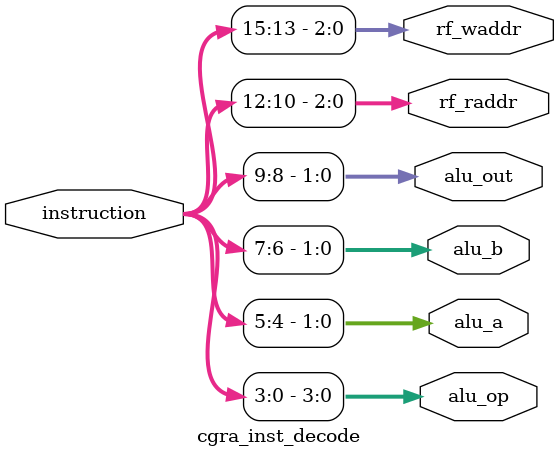
<source format=v>
module cgra_inst_decode
(
  input [16-1:0] instruction,
  output [4-1:0] alu_op,
  output [2-1:0] alu_a,
  output [2-1:0] alu_b,
  output [2-1:0] alu_out,
  output [3-1:0] rf_raddr,
  output [3-1:0] rf_waddr
);

  assign alu_op = instruction[3:0];
  assign alu_a = instruction[5:4];
  assign alu_b = instruction[7:6];
  assign alu_out = instruction[9:8];
  assign rf_raddr = instruction[12:10];
  assign rf_waddr = instruction[15:13];

endmodule
</source>
